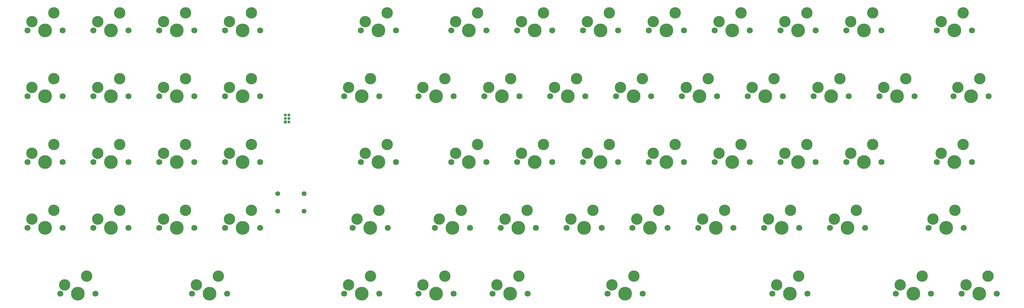
<source format=gbr>
%TF.GenerationSoftware,KiCad,Pcbnew,8.0.6*%
%TF.CreationDate,2024-12-20T15:57:00-07:00*%
%TF.ProjectId,tabesco-48,74616265-7363-46f2-9d34-382e6b696361,rev?*%
%TF.SameCoordinates,Original*%
%TF.FileFunction,Soldermask,Top*%
%TF.FilePolarity,Negative*%
%FSLAX46Y46*%
G04 Gerber Fmt 4.6, Leading zero omitted, Abs format (unit mm)*
G04 Created by KiCad (PCBNEW 8.0.6) date 2024-12-20 15:57:00*
%MOMM*%
%LPD*%
G01*
G04 APERTURE LIST*
%ADD10C,1.750000*%
%ADD11C,3.987800*%
%ADD12C,3.300000*%
%ADD13C,1.397000*%
%ADD14R,0.850000X0.850000*%
%ADD15O,0.850000X0.850000*%
G04 APERTURE END LIST*
D10*
%TO.C,MX56*%
X229720873Y-186144498D03*
D11*
X224640873Y-186144498D03*
D10*
X219560873Y-186144498D03*
D12*
X220830873Y-183604498D03*
X227180873Y-181064498D03*
%TD*%
D10*
%TO.C,MX1*%
X135661498Y-109944498D03*
D11*
X130581498Y-109944498D03*
D10*
X125501498Y-109944498D03*
D12*
X126771498Y-107404498D03*
X133121498Y-104864498D03*
%TD*%
D10*
%TO.C,MX59*%
X332114623Y-186144498D03*
D11*
X327034623Y-186144498D03*
D10*
X321954623Y-186144498D03*
D12*
X323224623Y-183604498D03*
X329574623Y-181064498D03*
%TD*%
D10*
%TO.C,MX46*%
X253533373Y-167094498D03*
D11*
X248453373Y-167094498D03*
D10*
X243373373Y-167094498D03*
D12*
X244643373Y-164554498D03*
X250993373Y-162014498D03*
%TD*%
D10*
%TO.C,MX2*%
X154711498Y-109944498D03*
D11*
X149631498Y-109944498D03*
D10*
X144551498Y-109944498D03*
D12*
X145821498Y-107404498D03*
X152171498Y-104864498D03*
%TD*%
D10*
%TO.C,MX58*%
X284489623Y-186144498D03*
D11*
X279409623Y-186144498D03*
D10*
X274329623Y-186144498D03*
D12*
X275599623Y-183604498D03*
X281949623Y-181064498D03*
%TD*%
D10*
%TO.C,MX8*%
X296395873Y-109944498D03*
D11*
X291315873Y-109944498D03*
D10*
X286235873Y-109944498D03*
D12*
X287505873Y-107404498D03*
X293855873Y-104864498D03*
%TD*%
D10*
%TO.C,MX50*%
X329733373Y-167094498D03*
D11*
X324653373Y-167094498D03*
D10*
X319573373Y-167094498D03*
D12*
X320843373Y-164554498D03*
X327193373Y-162014498D03*
%TD*%
D10*
%TO.C,MX42*%
X154711498Y-167094498D03*
D11*
X149631498Y-167094498D03*
D10*
X144551498Y-167094498D03*
D12*
X145821498Y-164554498D03*
X152171498Y-162014498D03*
%TD*%
D10*
%TO.C,MX41*%
X135661498Y-167094498D03*
D11*
X130581498Y-167094498D03*
D10*
X125501498Y-167094498D03*
D12*
X126771498Y-164554498D03*
X133121498Y-162014498D03*
%TD*%
D10*
%TO.C,MX12*%
X379739623Y-109944498D03*
D11*
X374659623Y-109944498D03*
D10*
X369579623Y-109944498D03*
D12*
X370849623Y-107404498D03*
X377199623Y-104864498D03*
%TD*%
D10*
%TO.C,MX52*%
X377358373Y-167094498D03*
D11*
X372278373Y-167094498D03*
D10*
X367198373Y-167094498D03*
D12*
X368468373Y-164554498D03*
X374818373Y-162014498D03*
%TD*%
D10*
%TO.C,MX40*%
X116611498Y-167094498D03*
D11*
X111531498Y-167094498D03*
D10*
X106451498Y-167094498D03*
D12*
X107721498Y-164554498D03*
X114071498Y-162014498D03*
%TD*%
D10*
%TO.C,MX54*%
X164236498Y-186144498D03*
D11*
X159156498Y-186144498D03*
D10*
X154076498Y-186144498D03*
D12*
X155346498Y-183604498D03*
X161696498Y-181064498D03*
%TD*%
D10*
%TO.C,MX35*%
X296395873Y-148044498D03*
D11*
X291315873Y-148044498D03*
D10*
X286235873Y-148044498D03*
D12*
X287505873Y-145504498D03*
X293855873Y-142964498D03*
%TD*%
D10*
%TO.C,MX28*%
X135661498Y-148044498D03*
D11*
X130581498Y-148044498D03*
D10*
X125501498Y-148044498D03*
D12*
X126771498Y-145504498D03*
X133121498Y-142964498D03*
%TD*%
D10*
%TO.C,MX23*%
X324970873Y-128994498D03*
D11*
X319890873Y-128994498D03*
D10*
X314810873Y-128994498D03*
D12*
X316080873Y-126454498D03*
X322430873Y-123914498D03*
%TD*%
D10*
%TO.C,MX11*%
X353545873Y-109944498D03*
D11*
X348465873Y-109944498D03*
D10*
X343385873Y-109944498D03*
D12*
X344655873Y-107404498D03*
X351005873Y-104864498D03*
%TD*%
D10*
%TO.C,MX7*%
X277345873Y-109944498D03*
D11*
X272265873Y-109944498D03*
D10*
X267185873Y-109944498D03*
D12*
X268455873Y-107404498D03*
X274805873Y-104864498D03*
%TD*%
D10*
%TO.C,MX47*%
X272583373Y-167094498D03*
D11*
X267503373Y-167094498D03*
D10*
X262423373Y-167094498D03*
D12*
X263693373Y-164554498D03*
X270043373Y-162014498D03*
%TD*%
D10*
%TO.C,MX16*%
X173761498Y-128994498D03*
D11*
X168681498Y-128994498D03*
D10*
X163601498Y-128994498D03*
D12*
X164871498Y-126454498D03*
X171221498Y-123914498D03*
%TD*%
D10*
%TO.C,MX18*%
X229720873Y-128994498D03*
D11*
X224640873Y-128994498D03*
D10*
X219560873Y-128994498D03*
D12*
X220830873Y-126454498D03*
X227180873Y-123914498D03*
%TD*%
D10*
%TO.C,MX33*%
X258295873Y-148044498D03*
D11*
X253215873Y-148044498D03*
D10*
X248135873Y-148044498D03*
D12*
X249405873Y-145504498D03*
X255755873Y-142964498D03*
%TD*%
D10*
%TO.C,MX21*%
X286870873Y-128994498D03*
D11*
X281790873Y-128994498D03*
D10*
X276710873Y-128994498D03*
D12*
X277980873Y-126454498D03*
X284330873Y-123914498D03*
%TD*%
D10*
%TO.C,MX43*%
X173761498Y-167094498D03*
D11*
X168681498Y-167094498D03*
D10*
X163601498Y-167094498D03*
D12*
X164871498Y-164554498D03*
X171221498Y-162014498D03*
%TD*%
D10*
%TO.C,MX26*%
X384502123Y-128994498D03*
D11*
X379422123Y-128994498D03*
D10*
X374342123Y-128994498D03*
D12*
X375612123Y-126454498D03*
X381962123Y-123914498D03*
%TD*%
D10*
%TO.C,MX48*%
X291633373Y-167094498D03*
D11*
X286553373Y-167094498D03*
D10*
X281473373Y-167094498D03*
D12*
X282743373Y-164554498D03*
X289093373Y-162014498D03*
%TD*%
D10*
%TO.C,MX20*%
X267820873Y-128994498D03*
D11*
X262740873Y-128994498D03*
D10*
X257660873Y-128994498D03*
D12*
X258930873Y-126454498D03*
X265280873Y-123914498D03*
%TD*%
D10*
%TO.C,MX51*%
X348783373Y-167094498D03*
D11*
X343703373Y-167094498D03*
D10*
X338623373Y-167094498D03*
D12*
X339893373Y-164554498D03*
X346243373Y-162014498D03*
%TD*%
D10*
%TO.C,MX53*%
X126136498Y-186144498D03*
D11*
X121056498Y-186144498D03*
D10*
X115976498Y-186144498D03*
D12*
X117246498Y-183604498D03*
X123596498Y-181064498D03*
%TD*%
D10*
%TO.C,MX0*%
X116611498Y-109944498D03*
D11*
X111531498Y-109944498D03*
D10*
X106451498Y-109944498D03*
D12*
X107721498Y-107404498D03*
X114071498Y-104864498D03*
%TD*%
D10*
%TO.C,MX38*%
X353545873Y-148044498D03*
D11*
X348465873Y-148044498D03*
D10*
X343385873Y-148044498D03*
D12*
X344655873Y-145504498D03*
X351005873Y-142964498D03*
%TD*%
D10*
%TO.C,MX36*%
X315445873Y-148044498D03*
D11*
X310365873Y-148044498D03*
D10*
X305285873Y-148044498D03*
D12*
X306555873Y-145504498D03*
X312905873Y-142964498D03*
%TD*%
D10*
%TO.C,MX13*%
X116611498Y-128994498D03*
D11*
X111531498Y-128994498D03*
D10*
X106451498Y-128994498D03*
D12*
X107721498Y-126454498D03*
X114071498Y-123914498D03*
%TD*%
D10*
%TO.C,MX57*%
X251152123Y-186144498D03*
D11*
X246072123Y-186144498D03*
D10*
X240992123Y-186144498D03*
D12*
X242262123Y-183604498D03*
X248612123Y-181064498D03*
%TD*%
D10*
%TO.C,MX15*%
X154711498Y-128994498D03*
D11*
X149631498Y-128994498D03*
D10*
X144551498Y-128994498D03*
D12*
X145821498Y-126454498D03*
X152171498Y-123914498D03*
%TD*%
D13*
%TO.C,SW0*%
X178890248Y-162250748D03*
X186510248Y-162250748D03*
X178890248Y-157170748D03*
X186510248Y-157170748D03*
%TD*%
D10*
%TO.C,MX24*%
X344020873Y-128994498D03*
D11*
X338940873Y-128994498D03*
D10*
X333860873Y-128994498D03*
D12*
X335130873Y-126454498D03*
X341480873Y-123914498D03*
%TD*%
D10*
%TO.C,MX17*%
X208289623Y-128994498D03*
D11*
X203209623Y-128994498D03*
D10*
X198129623Y-128994498D03*
D12*
X199399623Y-126454498D03*
X205749623Y-123914498D03*
%TD*%
D10*
%TO.C,MX19*%
X248770873Y-128994498D03*
D11*
X243690873Y-128994498D03*
D10*
X238610873Y-128994498D03*
D12*
X239880873Y-126454498D03*
X246230873Y-123914498D03*
%TD*%
D10*
%TO.C,MX14*%
X135661498Y-128994498D03*
D11*
X130581498Y-128994498D03*
D10*
X125501498Y-128994498D03*
D12*
X126771498Y-126454498D03*
X133121498Y-123914498D03*
%TD*%
D10*
%TO.C,MX39*%
X379739623Y-148044498D03*
D11*
X374659623Y-148044498D03*
D10*
X369579623Y-148044498D03*
D12*
X370849623Y-145504498D03*
X377199623Y-142964498D03*
%TD*%
D14*
%TO.C,J0*%
X181049258Y-136404238D03*
D15*
X182049258Y-136404238D03*
X181049258Y-135404238D03*
X182049258Y-135404238D03*
X181049258Y-134404238D03*
X182049258Y-134404238D03*
%TD*%
D10*
%TO.C,MX9*%
X315445873Y-109944498D03*
D11*
X310365873Y-109944498D03*
D10*
X305285873Y-109944498D03*
D12*
X306555873Y-107404498D03*
X312905873Y-104864498D03*
%TD*%
D10*
%TO.C,MX27*%
X116611498Y-148044498D03*
D11*
X111531498Y-148044498D03*
D10*
X106451498Y-148044498D03*
D12*
X107721498Y-145504498D03*
X114071498Y-142964498D03*
%TD*%
D10*
%TO.C,MX25*%
X363070873Y-128994498D03*
D11*
X357990873Y-128994498D03*
D10*
X352910873Y-128994498D03*
D12*
X354180873Y-126454498D03*
X360530873Y-123914498D03*
%TD*%
D10*
%TO.C,MX32*%
X239245873Y-148044498D03*
D11*
X234165873Y-148044498D03*
D10*
X229085873Y-148044498D03*
D12*
X230355873Y-145504498D03*
X236705873Y-142964498D03*
%TD*%
D10*
%TO.C,MX29*%
X154711498Y-148044498D03*
D11*
X149631498Y-148044498D03*
D10*
X144551498Y-148044498D03*
D12*
X145821498Y-145504498D03*
X152171498Y-142964498D03*
%TD*%
D10*
%TO.C,MX55*%
X208289623Y-186144498D03*
D11*
X203209623Y-186144498D03*
D10*
X198129623Y-186144498D03*
D12*
X199399623Y-183604498D03*
X205749623Y-181064498D03*
%TD*%
D10*
%TO.C,MX4*%
X213052123Y-109944498D03*
D11*
X207972123Y-109944498D03*
D10*
X202892123Y-109944498D03*
D12*
X204162123Y-107404498D03*
X210512123Y-104864498D03*
%TD*%
D10*
%TO.C,MX31*%
X213052123Y-148044498D03*
D11*
X207972123Y-148044498D03*
D10*
X202892123Y-148044498D03*
D12*
X204162123Y-145504498D03*
X210512123Y-142964498D03*
%TD*%
D10*
%TO.C,MX60*%
X367833373Y-186144498D03*
D11*
X362753373Y-186144498D03*
D10*
X357673373Y-186144498D03*
D12*
X358943373Y-183604498D03*
X365293373Y-181064498D03*
%TD*%
D10*
%TO.C,MX34*%
X277345873Y-148044498D03*
D11*
X272265873Y-148044498D03*
D10*
X267185873Y-148044498D03*
D12*
X268455873Y-145504498D03*
X274805873Y-142964498D03*
%TD*%
D10*
%TO.C,MX3*%
X173761498Y-109944498D03*
D11*
X168681498Y-109944498D03*
D10*
X163601498Y-109944498D03*
D12*
X164871498Y-107404498D03*
X171221498Y-104864498D03*
%TD*%
D10*
%TO.C,MX5*%
X239245873Y-109944498D03*
D11*
X234165873Y-109944498D03*
D10*
X229085873Y-109944498D03*
D12*
X230355873Y-107404498D03*
X236705873Y-104864498D03*
%TD*%
D10*
%TO.C,MX45*%
X234483373Y-167094498D03*
D11*
X229403373Y-167094498D03*
D10*
X224323373Y-167094498D03*
D12*
X225593373Y-164554498D03*
X231943373Y-162014498D03*
%TD*%
D10*
%TO.C,MX44*%
X210670873Y-167094498D03*
D11*
X205590873Y-167094498D03*
D10*
X200510873Y-167094498D03*
D12*
X201780873Y-164554498D03*
X208130873Y-162014498D03*
%TD*%
D10*
%TO.C,MX37*%
X334495873Y-148044498D03*
D11*
X329415873Y-148044498D03*
D10*
X324335873Y-148044498D03*
D12*
X325605873Y-145504498D03*
X331955873Y-142964498D03*
%TD*%
D10*
%TO.C,MX61*%
X386883373Y-186144498D03*
D11*
X381803373Y-186144498D03*
D10*
X376723373Y-186144498D03*
D12*
X377993373Y-183604498D03*
X384343373Y-181064498D03*
%TD*%
D10*
%TO.C,MX6*%
X258295873Y-109944498D03*
D11*
X253215873Y-109944498D03*
D10*
X248135873Y-109944498D03*
D12*
X249405873Y-107404498D03*
X255755873Y-104864498D03*
%TD*%
D10*
%TO.C,MX10*%
X334495873Y-109944498D03*
D11*
X329415873Y-109944498D03*
D10*
X324335873Y-109944498D03*
D12*
X325605873Y-107404498D03*
X331955873Y-104864498D03*
%TD*%
D10*
%TO.C,MX49*%
X310683373Y-167094498D03*
D11*
X305603373Y-167094498D03*
D10*
X300523373Y-167094498D03*
D12*
X301793373Y-164554498D03*
X308143373Y-162014498D03*
%TD*%
D10*
%TO.C,MX30*%
X173761498Y-148044498D03*
D11*
X168681498Y-148044498D03*
D10*
X163601498Y-148044498D03*
D12*
X164871498Y-145504498D03*
X171221498Y-142964498D03*
%TD*%
D10*
%TO.C,MX22*%
X305920873Y-128994498D03*
D11*
X300840873Y-128994498D03*
D10*
X295760873Y-128994498D03*
D12*
X297030873Y-126454498D03*
X303380873Y-123914498D03*
%TD*%
M02*

</source>
